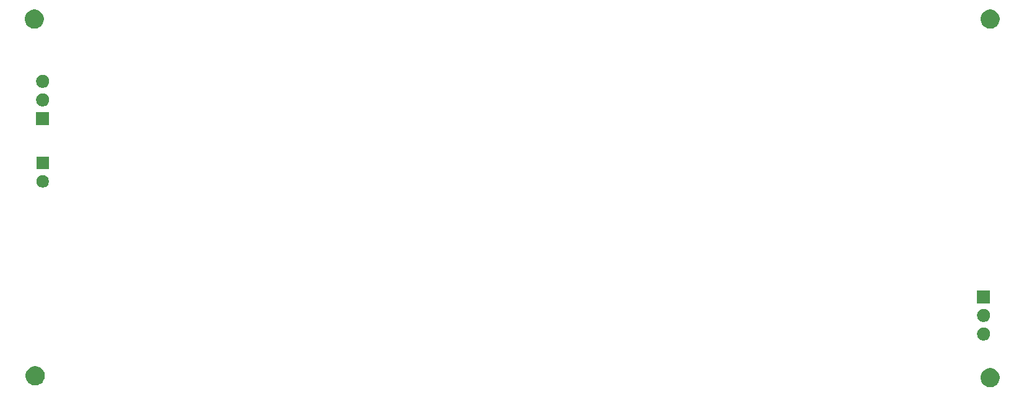
<source format=gbr>
G04 #@! TF.GenerationSoftware,KiCad,Pcbnew,(5.1.5-0-10_14)*
G04 #@! TF.CreationDate,2020-01-20T13:36:02-08:00*
G04 #@! TF.ProjectId,SpectrumAnayzerMini,53706563-7472-4756-9d41-6e61797a6572,rev?*
G04 #@! TF.SameCoordinates,Original*
G04 #@! TF.FileFunction,Soldermask,Bot*
G04 #@! TF.FilePolarity,Negative*
%FSLAX46Y46*%
G04 Gerber Fmt 4.6, Leading zero omitted, Abs format (unit mm)*
G04 Created by KiCad (PCBNEW (5.1.5-0-10_14)) date 2020-01-20 13:36:02*
%MOMM*%
%LPD*%
G04 APERTURE LIST*
%ADD10C,0.100000*%
G04 APERTURE END LIST*
D10*
G36*
X200912487Y-128288996D02*
G01*
X201149253Y-128387068D01*
X201149255Y-128387069D01*
X201253407Y-128456661D01*
X201362339Y-128529447D01*
X201543553Y-128710661D01*
X201685932Y-128923747D01*
X201784004Y-129160513D01*
X201834000Y-129411861D01*
X201834000Y-129668139D01*
X201784004Y-129919487D01*
X201702879Y-130115339D01*
X201685931Y-130156255D01*
X201543553Y-130369339D01*
X201362339Y-130550553D01*
X201149255Y-130692931D01*
X201149254Y-130692932D01*
X201149253Y-130692932D01*
X200912487Y-130791004D01*
X200661139Y-130841000D01*
X200404861Y-130841000D01*
X200153513Y-130791004D01*
X199916747Y-130692932D01*
X199916746Y-130692932D01*
X199916745Y-130692931D01*
X199703661Y-130550553D01*
X199522447Y-130369339D01*
X199380069Y-130156255D01*
X199363121Y-130115339D01*
X199281996Y-129919487D01*
X199232000Y-129668139D01*
X199232000Y-129411861D01*
X199281996Y-129160513D01*
X199380068Y-128923747D01*
X199522447Y-128710661D01*
X199703661Y-128529447D01*
X199812593Y-128456661D01*
X199916745Y-128387069D01*
X199916747Y-128387068D01*
X200153513Y-128288996D01*
X200404861Y-128239000D01*
X200661139Y-128239000D01*
X200912487Y-128288996D01*
G37*
G36*
X70483487Y-128034996D02*
G01*
X70720253Y-128133068D01*
X70720255Y-128133069D01*
X70878792Y-128239000D01*
X70933339Y-128275447D01*
X71114553Y-128456661D01*
X71256932Y-128669747D01*
X71355004Y-128906513D01*
X71405000Y-129157861D01*
X71405000Y-129414139D01*
X71355004Y-129665487D01*
X71256932Y-129902253D01*
X71256931Y-129902255D01*
X71114553Y-130115339D01*
X70933339Y-130296553D01*
X70720255Y-130438931D01*
X70720254Y-130438932D01*
X70720253Y-130438932D01*
X70483487Y-130537004D01*
X70232139Y-130587000D01*
X69975861Y-130587000D01*
X69724513Y-130537004D01*
X69487747Y-130438932D01*
X69487746Y-130438932D01*
X69487745Y-130438931D01*
X69274661Y-130296553D01*
X69093447Y-130115339D01*
X68951069Y-129902255D01*
X68951068Y-129902253D01*
X68852996Y-129665487D01*
X68803000Y-129414139D01*
X68803000Y-129157861D01*
X68852996Y-128906513D01*
X68951068Y-128669747D01*
X69093447Y-128456661D01*
X69274661Y-128275447D01*
X69329208Y-128239000D01*
X69487745Y-128133069D01*
X69487747Y-128133068D01*
X69724513Y-128034996D01*
X69975861Y-127985000D01*
X70232139Y-127985000D01*
X70483487Y-128034996D01*
G37*
G36*
X199757512Y-122674927D02*
G01*
X199906812Y-122704624D01*
X200070784Y-122772544D01*
X200218354Y-122871147D01*
X200343853Y-122996646D01*
X200442456Y-123144216D01*
X200510376Y-123308188D01*
X200545000Y-123482259D01*
X200545000Y-123659741D01*
X200510376Y-123833812D01*
X200442456Y-123997784D01*
X200343853Y-124145354D01*
X200218354Y-124270853D01*
X200070784Y-124369456D01*
X199906812Y-124437376D01*
X199757512Y-124467073D01*
X199732742Y-124472000D01*
X199555258Y-124472000D01*
X199530488Y-124467073D01*
X199381188Y-124437376D01*
X199217216Y-124369456D01*
X199069646Y-124270853D01*
X198944147Y-124145354D01*
X198845544Y-123997784D01*
X198777624Y-123833812D01*
X198743000Y-123659741D01*
X198743000Y-123482259D01*
X198777624Y-123308188D01*
X198845544Y-123144216D01*
X198944147Y-122996646D01*
X199069646Y-122871147D01*
X199217216Y-122772544D01*
X199381188Y-122704624D01*
X199530488Y-122674927D01*
X199555258Y-122670000D01*
X199732742Y-122670000D01*
X199757512Y-122674927D01*
G37*
G36*
X199757512Y-120134927D02*
G01*
X199906812Y-120164624D01*
X200070784Y-120232544D01*
X200218354Y-120331147D01*
X200343853Y-120456646D01*
X200442456Y-120604216D01*
X200510376Y-120768188D01*
X200545000Y-120942259D01*
X200545000Y-121119741D01*
X200510376Y-121293812D01*
X200442456Y-121457784D01*
X200343853Y-121605354D01*
X200218354Y-121730853D01*
X200070784Y-121829456D01*
X199906812Y-121897376D01*
X199757512Y-121927073D01*
X199732742Y-121932000D01*
X199555258Y-121932000D01*
X199530488Y-121927073D01*
X199381188Y-121897376D01*
X199217216Y-121829456D01*
X199069646Y-121730853D01*
X198944147Y-121605354D01*
X198845544Y-121457784D01*
X198777624Y-121293812D01*
X198743000Y-121119741D01*
X198743000Y-120942259D01*
X198777624Y-120768188D01*
X198845544Y-120604216D01*
X198944147Y-120456646D01*
X199069646Y-120331147D01*
X199217216Y-120232544D01*
X199381188Y-120164624D01*
X199530488Y-120134927D01*
X199555258Y-120130000D01*
X199732742Y-120130000D01*
X199757512Y-120134927D01*
G37*
G36*
X200545000Y-119392000D02*
G01*
X198743000Y-119392000D01*
X198743000Y-117590000D01*
X200545000Y-117590000D01*
X200545000Y-119392000D01*
G37*
G36*
X71368228Y-101884703D02*
G01*
X71523100Y-101948853D01*
X71662481Y-102041985D01*
X71781015Y-102160519D01*
X71874147Y-102299900D01*
X71938297Y-102454772D01*
X71971000Y-102619184D01*
X71971000Y-102786816D01*
X71938297Y-102951228D01*
X71874147Y-103106100D01*
X71781015Y-103245481D01*
X71662481Y-103364015D01*
X71523100Y-103457147D01*
X71368228Y-103521297D01*
X71203816Y-103554000D01*
X71036184Y-103554000D01*
X70871772Y-103521297D01*
X70716900Y-103457147D01*
X70577519Y-103364015D01*
X70458985Y-103245481D01*
X70365853Y-103106100D01*
X70301703Y-102951228D01*
X70269000Y-102786816D01*
X70269000Y-102619184D01*
X70301703Y-102454772D01*
X70365853Y-102299900D01*
X70458985Y-102160519D01*
X70577519Y-102041985D01*
X70716900Y-101948853D01*
X70871772Y-101884703D01*
X71036184Y-101852000D01*
X71203816Y-101852000D01*
X71368228Y-101884703D01*
G37*
G36*
X71971000Y-101054000D02*
G01*
X70269000Y-101054000D01*
X70269000Y-99352000D01*
X71971000Y-99352000D01*
X71971000Y-101054000D01*
G37*
G36*
X72021000Y-95008000D02*
G01*
X70219000Y-95008000D01*
X70219000Y-93206000D01*
X72021000Y-93206000D01*
X72021000Y-95008000D01*
G37*
G36*
X71233512Y-90670927D02*
G01*
X71382812Y-90700624D01*
X71546784Y-90768544D01*
X71694354Y-90867147D01*
X71819853Y-90992646D01*
X71918456Y-91140216D01*
X71986376Y-91304188D01*
X72021000Y-91478259D01*
X72021000Y-91655741D01*
X71986376Y-91829812D01*
X71918456Y-91993784D01*
X71819853Y-92141354D01*
X71694354Y-92266853D01*
X71546784Y-92365456D01*
X71382812Y-92433376D01*
X71233512Y-92463073D01*
X71208742Y-92468000D01*
X71031258Y-92468000D01*
X71006488Y-92463073D01*
X70857188Y-92433376D01*
X70693216Y-92365456D01*
X70545646Y-92266853D01*
X70420147Y-92141354D01*
X70321544Y-91993784D01*
X70253624Y-91829812D01*
X70219000Y-91655741D01*
X70219000Y-91478259D01*
X70253624Y-91304188D01*
X70321544Y-91140216D01*
X70420147Y-90992646D01*
X70545646Y-90867147D01*
X70693216Y-90768544D01*
X70857188Y-90700624D01*
X71006488Y-90670927D01*
X71031258Y-90666000D01*
X71208742Y-90666000D01*
X71233512Y-90670927D01*
G37*
G36*
X71233512Y-88130927D02*
G01*
X71382812Y-88160624D01*
X71546784Y-88228544D01*
X71694354Y-88327147D01*
X71819853Y-88452646D01*
X71918456Y-88600216D01*
X71986376Y-88764188D01*
X72021000Y-88938259D01*
X72021000Y-89115741D01*
X71986376Y-89289812D01*
X71918456Y-89453784D01*
X71819853Y-89601354D01*
X71694354Y-89726853D01*
X71546784Y-89825456D01*
X71382812Y-89893376D01*
X71233512Y-89923073D01*
X71208742Y-89928000D01*
X71031258Y-89928000D01*
X71006488Y-89923073D01*
X70857188Y-89893376D01*
X70693216Y-89825456D01*
X70545646Y-89726853D01*
X70420147Y-89601354D01*
X70321544Y-89453784D01*
X70253624Y-89289812D01*
X70219000Y-89115741D01*
X70219000Y-88938259D01*
X70253624Y-88764188D01*
X70321544Y-88600216D01*
X70420147Y-88452646D01*
X70545646Y-88327147D01*
X70693216Y-88228544D01*
X70857188Y-88160624D01*
X71006488Y-88130927D01*
X71031258Y-88126000D01*
X71208742Y-88126000D01*
X71233512Y-88130927D01*
G37*
G36*
X200912487Y-79266996D02*
G01*
X201149253Y-79365068D01*
X201149255Y-79365069D01*
X201362339Y-79507447D01*
X201543553Y-79688661D01*
X201685932Y-79901747D01*
X201784004Y-80138513D01*
X201834000Y-80389861D01*
X201834000Y-80646139D01*
X201784004Y-80897487D01*
X201685932Y-81134253D01*
X201685931Y-81134255D01*
X201543553Y-81347339D01*
X201362339Y-81528553D01*
X201149255Y-81670931D01*
X201149254Y-81670932D01*
X201149253Y-81670932D01*
X200912487Y-81769004D01*
X200661139Y-81819000D01*
X200404861Y-81819000D01*
X200153513Y-81769004D01*
X199916747Y-81670932D01*
X199916746Y-81670932D01*
X199916745Y-81670931D01*
X199703661Y-81528553D01*
X199522447Y-81347339D01*
X199380069Y-81134255D01*
X199380068Y-81134253D01*
X199281996Y-80897487D01*
X199232000Y-80646139D01*
X199232000Y-80389861D01*
X199281996Y-80138513D01*
X199380068Y-79901747D01*
X199522447Y-79688661D01*
X199703661Y-79507447D01*
X199916745Y-79365069D01*
X199916747Y-79365068D01*
X200153513Y-79266996D01*
X200404861Y-79217000D01*
X200661139Y-79217000D01*
X200912487Y-79266996D01*
G37*
G36*
X70356487Y-79266996D02*
G01*
X70593253Y-79365068D01*
X70593255Y-79365069D01*
X70806339Y-79507447D01*
X70987553Y-79688661D01*
X71129932Y-79901747D01*
X71228004Y-80138513D01*
X71278000Y-80389861D01*
X71278000Y-80646139D01*
X71228004Y-80897487D01*
X71129932Y-81134253D01*
X71129931Y-81134255D01*
X70987553Y-81347339D01*
X70806339Y-81528553D01*
X70593255Y-81670931D01*
X70593254Y-81670932D01*
X70593253Y-81670932D01*
X70356487Y-81769004D01*
X70105139Y-81819000D01*
X69848861Y-81819000D01*
X69597513Y-81769004D01*
X69360747Y-81670932D01*
X69360746Y-81670932D01*
X69360745Y-81670931D01*
X69147661Y-81528553D01*
X68966447Y-81347339D01*
X68824069Y-81134255D01*
X68824068Y-81134253D01*
X68725996Y-80897487D01*
X68676000Y-80646139D01*
X68676000Y-80389861D01*
X68725996Y-80138513D01*
X68824068Y-79901747D01*
X68966447Y-79688661D01*
X69147661Y-79507447D01*
X69360745Y-79365069D01*
X69360747Y-79365068D01*
X69597513Y-79266996D01*
X69848861Y-79217000D01*
X70105139Y-79217000D01*
X70356487Y-79266996D01*
G37*
M02*

</source>
